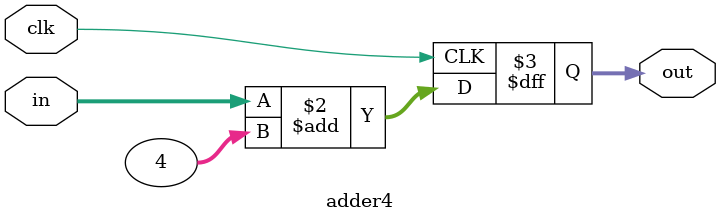
<source format=v>
module adder4 (
    input clk,
    input[31:0] in,
    output reg  [31:0] out
);

    always @(negedge clk) 
	 begin
        out <= in + 4;
    end

endmodule

</source>
